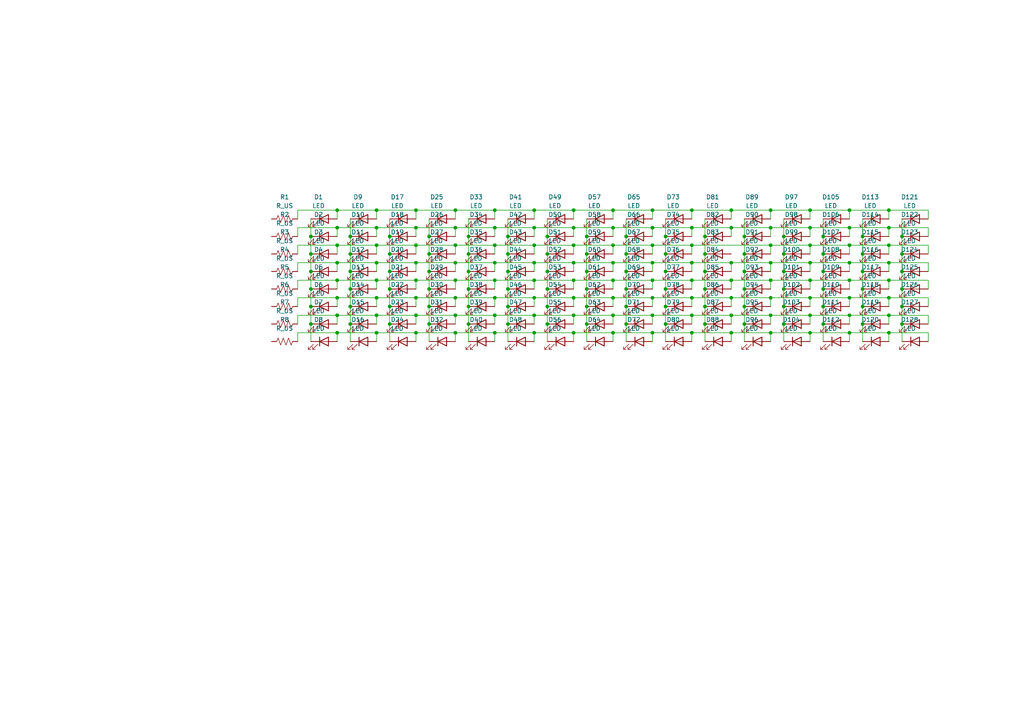
<source format=kicad_sch>
(kicad_sch (version 20250114) (generator "eeschema") (generator_version "9.0")
  (paper "A4")
  (junction (at 158.75 68.58))
  (junction (at 257.81 76.2))
  (junction (at 212.09 66.04))
  (junction (at 200.66 60.96))
  (junction (at 223.52 71.12))
  (junction (at 189.23 60.96))
  (junction (at 227.33 78.74))
  (junction (at 189.23 86.36))
  (junction (at 193.04 68.58))
  (junction (at 204.47 68.58))
  (junction (at 246.38 86.36))
  (junction (at 250.19 78.74))
  (junction (at 135.89 83.82))
  (junction (at 97.79 86.36))
  (junction (at 154.94 96.52))
  (junction (at 97.79 76.2))
  (junction (at 124.46 78.74))
  (junction (at 158.75 73.66))
  (junction (at 204.47 78.74))
  (junction (at 170.18 83.82))
  (junction (at 193.04 93.98))
  (junction (at 109.22 96.52))
  (junction (at 154.94 76.2))
  (junction (at 166.37 96.52))
  (junction (at 215.9 78.74))
  (junction (at 227.33 88.9))
  (junction (at 212.09 96.52))
  (junction (at 158.75 78.74))
  (junction (at 234.95 71.12))
  (junction (at 132.08 96.52))
  (junction (at 166.37 60.96))
  (junction (at 257.81 66.04))
  (junction (at 135.89 78.74))
  (junction (at 101.6 83.82))
  (junction (at 143.51 81.28))
  (junction (at 147.32 83.82))
  (junction (at 223.52 91.44))
  (junction (at 234.95 60.96))
  (junction (at 223.52 86.36))
  (junction (at 246.38 91.44))
  (junction (at 238.76 88.9))
  (junction (at 135.89 88.9))
  (junction (at 227.33 83.82))
  (junction (at 177.8 81.28))
  (junction (at 170.18 88.9))
  (junction (at 177.8 96.52))
  (junction (at 177.8 76.2))
  (junction (at 166.37 76.2))
  (junction (at 200.66 71.12))
  (junction (at 170.18 93.98))
  (junction (at 177.8 60.96))
  (junction (at 135.89 73.66))
  (junction (at 124.46 83.82))
  (junction (at 261.62 88.9))
  (junction (at 147.32 73.66))
  (junction (at 189.23 76.2))
  (junction (at 261.62 83.82))
  (junction (at 101.6 78.74))
  (junction (at 234.95 86.36))
  (junction (at 257.81 81.28))
  (junction (at 120.65 96.52))
  (junction (at 109.22 91.44))
  (junction (at 223.52 76.2))
  (junction (at 97.79 91.44))
  (junction (at 234.95 81.28))
  (junction (at 204.47 93.98))
  (junction (at 238.76 83.82))
  (junction (at 109.22 66.04))
  (junction (at 215.9 88.9))
  (junction (at 204.47 73.66))
  (junction (at 238.76 78.74))
  (junction (at 109.22 76.2))
  (junction (at 143.51 86.36))
  (junction (at 261.62 73.66))
  (junction (at 120.65 91.44))
  (junction (at 246.38 71.12))
  (junction (at 177.8 86.36))
  (junction (at 250.19 73.66))
  (junction (at 177.8 71.12))
  (junction (at 215.9 93.98))
  (junction (at 193.04 88.9))
  (junction (at 212.09 81.28))
  (junction (at 158.75 83.82))
  (junction (at 189.23 71.12))
  (junction (at 204.47 88.9))
  (junction (at 246.38 60.96))
  (junction (at 132.08 86.36))
  (junction (at 166.37 66.04))
  (junction (at 101.6 88.9))
  (junction (at 97.79 71.12))
  (junction (at 215.9 68.58))
  (junction (at 154.94 91.44))
  (junction (at 189.23 66.04))
  (junction (at 132.08 76.2))
  (junction (at 132.08 66.04))
  (junction (at 143.51 71.12))
  (junction (at 250.19 83.82))
  (junction (at 250.19 68.58))
  (junction (at 147.32 68.58))
  (junction (at 135.89 93.98))
  (junction (at 193.04 78.74))
  (junction (at 189.23 91.44))
  (junction (at 200.66 76.2))
  (junction (at 257.81 60.96))
  (junction (at 90.17 78.74))
  (junction (at 234.95 76.2))
  (junction (at 170.18 68.58))
  (junction (at 212.09 76.2))
  (junction (at 90.17 93.98))
  (junction (at 132.08 71.12))
  (junction (at 193.04 83.82))
  (junction (at 181.61 68.58))
  (junction (at 90.17 88.9))
  (junction (at 101.6 73.66))
  (junction (at 238.76 73.66))
  (junction (at 113.03 73.66))
  (junction (at 257.81 96.52))
  (junction (at 170.18 73.66))
  (junction (at 135.89 68.58))
  (junction (at 120.65 71.12))
  (junction (at 246.38 81.28))
  (junction (at 246.38 96.52))
  (junction (at 177.8 66.04))
  (junction (at 212.09 60.96))
  (junction (at 154.94 86.36))
  (junction (at 227.33 73.66))
  (junction (at 223.52 60.96))
  (junction (at 97.79 66.04))
  (junction (at 215.9 83.82))
  (junction (at 143.51 91.44))
  (junction (at 200.66 81.28))
  (junction (at 90.17 68.58))
  (junction (at 113.03 93.98))
  (junction (at 120.65 60.96))
  (junction (at 189.23 81.28))
  (junction (at 113.03 83.82))
  (junction (at 200.66 96.52))
  (junction (at 181.61 93.98))
  (junction (at 234.95 96.52))
  (junction (at 158.75 88.9))
  (junction (at 200.66 66.04))
  (junction (at 181.61 73.66))
  (junction (at 212.09 86.36))
  (junction (at 223.52 66.04))
  (junction (at 120.65 66.04))
  (junction (at 120.65 86.36))
  (junction (at 154.94 81.28))
  (junction (at 204.47 83.82))
  (junction (at 193.04 73.66))
  (junction (at 147.32 93.98))
  (junction (at 215.9 73.66))
  (junction (at 181.61 88.9))
  (junction (at 124.46 73.66))
  (junction (at 234.95 91.44))
  (junction (at 223.52 96.52))
  (junction (at 166.37 71.12))
  (junction (at 181.61 83.82))
  (junction (at 97.79 81.28))
  (junction (at 90.17 73.66))
  (junction (at 109.22 86.36))
  (junction (at 261.62 78.74))
  (junction (at 113.03 78.74))
  (junction (at 90.17 83.82))
  (junction (at 170.18 78.74))
  (junction (at 109.22 60.96))
  (junction (at 113.03 88.9))
  (junction (at 132.08 81.28))
  (junction (at 246.38 66.04))
  (junction (at 181.61 78.74))
  (junction (at 147.32 78.74))
  (junction (at 246.38 76.2))
  (junction (at 166.37 81.28))
  (junction (at 132.08 60.96))
  (junction (at 120.65 76.2))
  (junction (at 166.37 91.44))
  (junction (at 261.62 68.58))
  (junction (at 257.81 71.12))
  (junction (at 261.62 93.98))
  (junction (at 132.08 91.44))
  (junction (at 189.23 96.52))
  (junction (at 223.52 81.28))
  (junction (at 250.19 93.98))
  (junction (at 257.81 86.36))
  (junction (at 227.33 93.98))
  (junction (at 109.22 81.28))
  (junction (at 238.76 68.58))
  (junction (at 154.94 60.96))
  (junction (at 200.66 86.36))
  (junction (at 154.94 71.12))
  (junction (at 158.75 93.98))
  (junction (at 200.66 91.44))
  (junction (at 143.51 60.96))
  (junction (at 238.76 93.98))
  (junction (at 97.79 60.96))
  (junction (at 124.46 88.9))
  (junction (at 177.8 91.44))
  (junction (at 143.51 96.52))
  (junction (at 250.19 88.9))
  (junction (at 212.09 91.44))
  (junction (at 143.51 66.04))
  (junction (at 227.33 68.58))
  (junction (at 166.37 86.36))
  (junction (at 257.81 91.44))
  (junction (at 113.03 68.58))
  (junction (at 154.94 66.04))
  (junction (at 101.6 93.98))
  (junction (at 124.46 93.98))
  (junction (at 143.51 76.2))
  (junction (at 109.22 71.12))
  (junction (at 101.6 68.58))
  (junction (at 147.32 88.9))
  (junction (at 120.65 81.28))
  (junction (at 97.79 96.52))
  (junction (at 124.46 68.58))
  (junction (at 234.95 66.04))
  (wire (pts (xy 261.62 88.9) (xy 261.62 93.98)))
  (wire (pts (xy 200.66 71.12) (xy 189.23 71.12)))
  (wire (pts (xy 177.8 60.96) (xy 177.8 63.5)))
  (wire (pts (xy 234.95 86.36) (xy 246.38 86.36)))
  (wire (pts (xy 113.03 88.9) (xy 113.03 93.98)))
  (wire (pts (xy 246.38 60.96) (xy 257.81 60.96)))
  (wire (pts (xy 177.8 81.28) (xy 189.23 81.28)))
  (wire (pts (xy 101.6 88.9) (xy 101.6 93.98)))
  (wire (pts (xy 124.46 83.82) (xy 124.46 88.9)))
  (wire (pts (xy 147.32 63.5) (xy 147.32 68.58)))
  (wire (pts (xy 189.23 86.36) (xy 200.66 86.36)))
  (wire (pts (xy 234.95 60.96) (xy 234.95 63.5)))
  (wire (pts (xy 97.79 88.9) (xy 97.79 86.36)))
  (wire (pts (xy 147.32 73.66) (xy 147.32 78.74)))
  (wire (pts (xy 227.33 68.58) (xy 227.33 73.66)))
  (wire (pts (xy 223.52 96.52) (xy 234.95 96.52)))
  (wire (pts (xy 177.8 96.52) (xy 177.8 99.06)))
  (wire (pts (xy 269.24 96.52) (xy 269.24 99.06)))
  (wire (pts (xy 109.22 60.96) (xy 97.79 60.96)))
  (wire (pts (xy 166.37 86.36) (xy 166.37 88.9)))
  (wire (pts (xy 261.62 83.82) (xy 261.62 88.9)))
  (wire (pts (xy 166.37 60.96) (xy 166.37 63.5)))
  (wire (pts (xy 132.08 76.2) (xy 132.08 78.74)))
  (wire (pts (xy 246.38 66.04) (xy 257.81 66.04)))
  (wire (pts (xy 109.22 96.52) (xy 109.22 99.06)))
  (wire (pts (xy 215.9 88.9) (xy 215.9 93.98)))
  (wire (pts (xy 269.24 71.12) (xy 257.81 71.12)))
  (wire (pts (xy 154.94 76.2) (xy 166.37 76.2)))
  (wire (pts (xy 113.03 93.98) (xy 113.03 99.06)))
  (wire (pts (xy 166.37 66.04) (xy 177.8 66.04)))
  (wire (pts (xy 200.66 86.36) (xy 212.09 86.36)))
  (wire (pts (xy 154.94 71.12) (xy 143.51 71.12)))
  (wire (pts (xy 189.23 81.28) (xy 189.23 83.82)))
  (wire (pts (xy 132.08 91.44) (xy 132.08 93.98)))
  (wire (pts (xy 132.08 66.04) (xy 132.08 68.58)))
  (wire (pts (xy 166.37 91.44) (xy 177.8 91.44)))
  (wire (pts (xy 257.81 60.96) (xy 257.81 63.5)))
  (wire (pts (xy 204.47 63.5) (xy 204.47 68.58)))
  (wire (pts (xy 147.32 83.82) (xy 147.32 88.9)))
  (wire (pts (xy 170.18 88.9) (xy 170.18 93.98)))
  (wire (pts (xy 132.08 60.96) (xy 120.65 60.96)))
  (wire (pts (xy 200.66 81.28) (xy 212.09 81.28)))
  (wire (pts (xy 124.46 93.98) (xy 124.46 99.06)))
  (wire (pts (xy 120.65 91.44) (xy 120.65 93.98)))
  (wire (pts (xy 143.51 71.12) (xy 132.08 71.12)))
  (wire (pts (xy 97.79 68.58) (xy 97.79 66.04)))
  (wire (pts (xy 166.37 81.28) (xy 166.37 83.82)))
  (wire (pts (xy 97.79 66.04) (xy 109.22 66.04)))
  (wire (pts (xy 120.65 86.36) (xy 120.65 88.9)))
  (wire (pts (xy 124.46 73.66) (xy 124.46 78.74)))
  (wire (pts (xy 170.18 63.5) (xy 170.18 68.58)))
  (wire (pts (xy 143.51 96.52) (xy 143.51 99.06)))
  (wire (pts (xy 154.94 71.12) (xy 154.94 73.66)))
  (wire (pts (xy 109.22 60.96) (xy 109.22 63.5)))
  (wire (pts (xy 86.36 76.2) (xy 97.79 76.2)))
  (wire (pts (xy 158.75 68.58) (xy 158.75 73.66)))
  (wire (pts (xy 261.62 93.98) (xy 261.62 99.06)))
  (wire (pts (xy 250.19 83.82) (xy 250.19 88.9)))
  (wire (pts (xy 189.23 66.04) (xy 189.23 68.58)))
  (wire (pts (xy 166.37 76.2) (xy 177.8 76.2)))
  (wire (pts (xy 257.81 66.04) (xy 269.24 66.04)))
  (wire (pts (xy 234.95 81.28) (xy 246.38 81.28)))
  (wire (pts (xy 200.66 71.12) (xy 223.52 71.12)))
  (wire (pts (xy 135.89 63.5) (xy 135.89 68.58)))
  (wire (pts (xy 158.75 83.82) (xy 158.75 88.9)))
  (wire (pts (xy 97.79 93.98) (xy 97.79 91.44)))
  (wire (pts (xy 154.94 96.52) (xy 154.94 99.06)))
  (wire (pts (xy 189.23 91.44) (xy 189.23 93.98)))
  (wire (pts (xy 189.23 60.96) (xy 189.23 63.5)))
  (wire (pts (xy 261.62 63.5) (xy 261.62 68.58)))
  (wire (pts (xy 124.46 78.74) (xy 124.46 83.82)))
  (wire (pts (xy 189.23 81.28) (xy 200.66 81.28)))
  (wire (pts (xy 147.32 93.98) (xy 147.32 99.06)))
  (wire (pts (xy 212.09 76.2) (xy 212.09 78.74)))
  (wire (pts (xy 223.52 76.2) (xy 234.95 76.2)))
  (wire (pts (xy 109.22 86.36) (xy 120.65 86.36)))
  (wire (pts (xy 101.6 68.58) (xy 101.6 73.66)))
  (wire (pts (xy 200.66 66.04) (xy 200.66 68.58)))
  (wire (pts (xy 269.24 63.5) (xy 269.24 60.96)))
  (wire (pts (xy 223.52 81.28) (xy 234.95 81.28)))
  (wire (pts (xy 215.9 73.66) (xy 215.9 78.74)))
  (wire (pts (xy 238.76 93.98) (xy 238.76 99.06)))
  (wire (pts (xy 200.66 60.96) (xy 200.66 63.5)))
  (wire (pts (xy 109.22 71.12) (xy 109.22 73.66)))
  (wire (pts (xy 200.66 86.36) (xy 200.66 88.9)))
  (wire (pts (xy 246.38 91.44) (xy 257.81 91.44)))
  (wire (pts (xy 170.18 78.74) (xy 170.18 83.82)))
  (wire (pts (xy 120.65 60.96) (xy 120.65 63.5)))
  (wire (pts (xy 101.6 93.98) (xy 101.6 99.06)))
  (wire (pts (xy 101.6 78.74) (xy 101.6 83.82)))
  (wire (pts (xy 269.24 66.04) (xy 269.24 68.58)))
  (wire (pts (xy 227.33 88.9) (xy 227.33 93.98)))
  (wire (pts (xy 113.03 63.5) (xy 113.03 68.58)))
  (wire (pts (xy 189.23 71.12) (xy 177.8 71.12)))
  (wire (pts (xy 143.51 96.52) (xy 154.94 96.52)))
  (wire (pts (xy 120.65 71.12) (xy 109.22 71.12)))
  (wire (pts (xy 257.81 66.04) (xy 257.81 68.58)))
  (wire (pts (xy 109.22 86.36) (xy 109.22 88.9)))
  (wire (pts (xy 143.51 81.28) (xy 143.51 83.82)))
  (wire (pts (xy 166.37 60.96) (xy 154.94 60.96)))
  (wire (pts (xy 158.75 73.66) (xy 158.75 78.74)))
  (wire (pts (xy 113.03 78.74) (xy 113.03 83.82)))
  (wire (pts (xy 223.52 60.96) (xy 223.52 63.5)))
  (wire (pts (xy 147.32 88.9) (xy 147.32 93.98)))
  (wire (pts (xy 200.66 96.52) (xy 212.09 96.52)))
  (wire (pts (xy 154.94 91.44) (xy 166.37 91.44)))
  (wire (pts (xy 154.94 86.36) (xy 154.94 88.9)))
  (wire (pts (xy 132.08 81.28) (xy 143.51 81.28)))
  (wire (pts (xy 166.37 76.2) (xy 166.37 78.74)))
  (wire (pts (xy 97.79 71.12) (xy 86.36 71.12)))
  (wire (pts (xy 170.18 73.66) (xy 170.18 78.74)))
  (wire (pts (xy 120.65 76.2) (xy 120.65 78.74)))
  (wire (pts (xy 166.37 71.12) (xy 154.94 71.12)))
  (wire (pts (xy 212.09 96.52) (xy 212.09 99.06)))
  (wire (pts (xy 181.61 68.58) (xy 181.61 73.66)))
  (wire (pts (xy 166.37 96.52) (xy 177.8 96.52)))
  (wire (pts (xy 177.8 96.52) (xy 189.23 96.52)))
  (wire (pts (xy 97.79 83.82) (xy 97.79 81.28)))
  (wire (pts (xy 227.33 83.82) (xy 227.33 88.9)))
  (wire (pts (xy 132.08 71.12) (xy 132.08 73.66)))
  (wire (pts (xy 212.09 81.28) (xy 223.52 81.28)))
  (wire (pts (xy 246.38 86.36) (xy 257.81 86.36)))
  (wire (pts (xy 97.79 71.12) (xy 97.79 73.66)))
  (wire (pts (xy 223.52 96.52) (xy 223.52 99.06)))
  (wire (pts (xy 166.37 91.44) (xy 166.37 93.98)))
  (wire (pts (xy 135.89 93.98) (xy 135.89 99.06)))
  (wire (pts (xy 120.65 66.04) (xy 132.08 66.04)))
  (wire (pts (xy 181.61 93.98) (xy 181.61 99.06)))
  (wire (pts (xy 234.95 76.2) (xy 246.38 76.2)))
  (wire (pts (xy 234.95 91.44) (xy 234.95 93.98)))
  (wire (pts (xy 120.65 91.44) (xy 132.08 91.44)))
  (wire (pts (xy 97.79 96.52) (xy 86.36 96.52)))
  (wire (pts (xy 246.38 66.04) (xy 246.38 68.58)))
  (wire (pts (xy 86.36 88.9) (xy 86.36 86.36)))
  (wire (pts (xy 189.23 96.52) (xy 189.23 99.06)))
  (wire (pts (xy 234.95 60.96) (xy 246.38 60.96)))
  (wire (pts (xy 109.22 81.28) (xy 120.65 81.28)))
  (wire (pts (xy 86.36 96.52) (xy 86.36 99.06)))
  (wire (pts (xy 246.38 63.5) (xy 246.38 60.96)))
  (wire (pts (xy 86.36 81.28) (xy 97.79 81.28)))
  (wire (pts (xy 238.76 73.66) (xy 238.76 78.74)))
  (wire (pts (xy 246.38 96.52) (xy 246.38 99.06)))
  (wire (pts (xy 109.22 71.12) (xy 97.79 71.12)))
  (wire (pts (xy 97.79 86.36) (xy 109.22 86.36)))
  (wire (pts (xy 154.94 66.04) (xy 166.37 66.04)))
  (wire (pts (xy 246.38 76.2) (xy 246.38 78.74)))
  (wire (pts (xy 234.95 81.28) (xy 234.95 83.82)))
  (wire (pts (xy 166.37 96.52) (xy 166.37 99.06)))
  (wire (pts (xy 257.81 86.36) (xy 257.81 88.9)))
  (wire (pts (xy 257.81 71.12) (xy 257.81 73.66)))
  (wire (pts (xy 158.75 63.5) (xy 158.75 68.58)))
  (wire (pts (xy 90.17 78.74) (xy 90.17 83.82)))
  (wire (pts (xy 120.65 81.28) (xy 132.08 81.28)))
  (wire (pts (xy 158.75 88.9) (xy 158.75 93.98)))
  (wire (pts (xy 90.17 68.58) (xy 90.17 73.66)))
  (wire (pts (xy 143.51 86.36) (xy 154.94 86.36)))
  (wire (pts (xy 227.33 93.98) (xy 227.33 99.06)))
  (wire (pts (xy 109.22 96.52) (xy 120.65 96.52)))
  (wire (pts (xy 109.22 76.2) (xy 109.22 78.74)))
  (wire (pts (xy 234.95 96.52) (xy 246.38 96.52)))
  (wire (pts (xy 257.81 71.12) (xy 246.38 71.12)))
  (wire (pts (xy 120.65 96.52) (xy 132.08 96.52)))
  (wire (pts (xy 181.61 78.74) (xy 181.61 83.82)))
  (wire (pts (xy 143.51 66.04) (xy 143.51 68.58)))
  (wire (pts (xy 212.09 91.44) (xy 223.52 91.44)))
  (wire (pts (xy 132.08 86.36) (xy 143.51 86.36)))
  (wire (pts (xy 132.08 60.96) (xy 132.08 63.5)))
  (wire (pts (xy 234.95 86.36) (xy 234.95 88.9)))
  (wire (pts (xy 212.09 96.52) (xy 223.52 96.52)))
  (wire (pts (xy 109.22 76.2) (xy 120.65 76.2)))
  (wire (pts (xy 223.52 71.12) (xy 223.52 73.66)))
  (wire (pts (xy 238.76 88.9) (xy 238.76 93.98)))
  (wire (pts (xy 177.8 91.44) (xy 189.23 91.44)))
  (wire (pts (xy 132.08 96.52) (xy 132.08 99.06)))
  (wire (pts (xy 132.08 81.28) (xy 132.08 83.82)))
  (wire (pts (xy 97.79 78.74) (xy 97.79 76.2)))
  (wire (pts (xy 101.6 83.82) (xy 101.6 88.9)))
  (wire (pts (xy 200.66 91.44) (xy 212.09 91.44)))
  (wire (pts (xy 90.17 73.66) (xy 90.17 78.74)))
  (wire (pts (xy 223.52 60.96) (xy 212.09 60.96)))
  (wire (pts (xy 86.36 86.36) (xy 97.79 86.36)))
  (wire (pts (xy 143.51 91.44) (xy 143.51 93.98)))
  (wire (pts (xy 223.52 81.28) (xy 223.52 83.82)))
  (wire (pts (xy 204.47 68.58) (xy 204.47 73.66)))
  (wire (pts (xy 246.38 76.2) (xy 257.81 76.2)))
  (wire (pts (xy 86.36 91.44) (xy 97.79 91.44)))
  (wire (pts (xy 166.37 71.12) (xy 166.37 73.66)))
  (wire (pts (xy 269.24 81.28) (xy 269.24 83.82)))
  (wire (pts (xy 200.66 96.52) (xy 200.66 99.06)))
  (wire (pts (xy 124.46 68.58) (xy 124.46 73.66)))
  (wire (pts (xy 181.61 63.5) (xy 181.61 68.58)))
  (wire (pts (xy 113.03 68.58) (xy 113.03 73.66)))
  (wire (pts (xy 204.47 88.9) (xy 204.47 93.98)))
  (wire (pts (xy 200.66 76.2) (xy 212.09 76.2)))
  (wire (pts (xy 250.19 78.74) (xy 250.19 83.82)))
  (wire (pts (xy 200.66 91.44) (xy 200.66 93.98)))
  (wire (pts (xy 154.94 96.52) (xy 166.37 96.52)))
  (wire (pts (xy 181.61 88.9) (xy 181.61 93.98)))
  (wire (pts (xy 132.08 96.52) (xy 143.51 96.52)))
  (wire (pts (xy 181.61 73.66) (xy 181.61 78.74)))
  (wire (pts (xy 132.08 71.12) (xy 120.65 71.12)))
  (wire (pts (xy 101.6 63.5) (xy 101.6 68.58)))
  (wire (pts (xy 181.61 83.82) (xy 181.61 88.9)))
  (wire (pts (xy 257.81 91.44) (xy 269.24 91.44)))
  (wire (pts (xy 212.09 81.28) (xy 212.09 83.82)))
  (wire (pts (xy 109.22 66.04) (xy 109.22 68.58)))
  (wire (pts (xy 154.94 81.28) (xy 166.37 81.28)))
  (wire (pts (xy 97.79 96.52) (xy 109.22 96.52)))
  (wire (pts (xy 261.62 73.66) (xy 261.62 78.74)))
  (wire (pts (xy 257.81 81.28) (xy 269.24 81.28)))
  (wire (pts (xy 132.08 76.2) (xy 143.51 76.2)))
  (wire (pts (xy 120.65 81.28) (xy 120.65 83.82)))
  (wire (pts (xy 143.51 60.96) (xy 132.08 60.96)))
  (wire (pts (xy 147.32 68.58) (xy 147.32 73.66)))
  (wire (pts (xy 101.6 73.66) (xy 101.6 78.74)))
  (wire (pts (xy 154.94 66.04) (xy 154.94 68.58)))
  (wire (pts (xy 86.36 83.82) (xy 86.36 81.28)))
  (wire (pts (xy 204.47 83.82) (xy 204.47 88.9)))
  (wire (pts (xy 189.23 76.2) (xy 189.23 78.74)))
  (wire (pts (xy 238.76 83.82) (xy 238.76 88.9)))
  (wire (pts (xy 257.81 76.2) (xy 269.24 76.2)))
  (wire (pts (xy 257.81 86.36) (xy 269.24 86.36)))
  (wire (pts (xy 143.51 71.12) (xy 143.51 73.66)))
  (wire (pts (xy 109.22 91.44) (xy 109.22 93.98)))
  (wire (pts (xy 135.89 83.82) (xy 135.89 88.9)))
  (wire (pts (xy 261.62 78.74) (xy 261.62 83.82)))
  (wire (pts (xy 234.95 76.2) (xy 234.95 78.74)))
  (wire (pts (xy 97.79 60.96) (xy 97.79 63.5)))
  (wire (pts (xy 177.8 71.12) (xy 177.8 73.66)))
  (wire (pts (xy 257.81 96.52) (xy 257.81 99.06)))
  (wire (pts (xy 193.04 68.58) (xy 193.04 73.66)))
  (wire (pts (xy 200.66 66.04) (xy 212.09 66.04)))
  (wire (pts (xy 234.95 71.12) (xy 223.52 71.12)))
  (wire (pts (xy 257.81 60.96) (xy 269.24 60.96)))
  (wire (pts (xy 215.9 68.58) (xy 215.9 73.66)))
  (wire (pts (xy 86.36 68.58) (xy 86.36 66.04)))
  (wire (pts (xy 189.23 96.52) (xy 200.66 96.52)))
  (wire (pts (xy 212.09 66.04) (xy 212.09 68.58)))
  (wire (pts (xy 250.19 88.9) (xy 250.19 93.98)))
  (wire (pts (xy 166.37 66.04) (xy 166.37 68.58)))
  (wire (pts (xy 86.36 71.12) (xy 86.36 73.66)))
  (wire (pts (xy 227.33 73.66) (xy 227.33 78.74)))
  (wire (pts (xy 261.62 68.58) (xy 261.62 73.66)))
  (wire (pts (xy 223.52 86.36) (xy 223.52 88.9)))
  (wire (pts (xy 257.81 81.28) (xy 257.81 83.82)))
  (wire (pts (xy 246.38 71.12) (xy 234.95 71.12)))
  (wire (pts (xy 166.37 81.28) (xy 177.8 81.28)))
  (wire (pts (xy 269.24 91.44) (xy 269.24 93.98)))
  (wire (pts (xy 234.95 66.04) (xy 246.38 66.04)))
  (wire (pts (xy 234.95 60.96) (xy 223.52 60.96)))
  (wire (pts (xy 166.37 86.36) (xy 177.8 86.36)))
  (wire (pts (xy 250.19 63.5) (xy 250.19 68.58)))
  (wire (pts (xy 246.38 81.28) (xy 246.38 83.82)))
  (wire (pts (xy 223.52 66.04) (xy 223.52 68.58)))
  (wire (pts (xy 215.9 83.82) (xy 215.9 88.9)))
  (wire (pts (xy 135.89 78.74) (xy 135.89 83.82)))
  (wire (pts (xy 120.65 76.2) (xy 132.08 76.2)))
  (wire (pts (xy 124.46 63.5) (xy 124.46 68.58)))
  (wire (pts (xy 246.38 81.28) (xy 257.81 81.28)))
  (wire (pts (xy 212.09 91.44) (xy 212.09 93.98)))
  (wire (pts (xy 158.75 93.98) (xy 158.75 99.06)))
  (wire (pts (xy 120.65 71.12) (xy 120.65 73.66)))
  (wire (pts (xy 246.38 86.36) (xy 246.38 88.9)))
  (wire (pts (xy 97.79 99.06) (xy 97.79 96.52)))
  (wire (pts (xy 177.8 76.2) (xy 177.8 78.74)))
  (wire (pts (xy 200.66 81.28) (xy 200.66 83.82)))
  (wire (pts (xy 135.89 73.66) (xy 135.89 78.74)))
  (wire (pts (xy 113.03 83.82) (xy 113.03 88.9)))
  (wire (pts (xy 132.08 91.44) (xy 143.51 91.44)))
  (wire (pts (xy 238.76 78.74) (xy 238.76 83.82)))
  (wire (pts (xy 177.8 66.04) (xy 189.23 66.04)))
  (wire (pts (xy 204.47 73.66) (xy 204.47 78.74)))
  (wire (pts (xy 97.79 60.96) (xy 86.36 60.96)))
  (wire (pts (xy 212.09 86.36) (xy 223.52 86.36)))
  (wire (pts (xy 120.65 60.96) (xy 109.22 60.96)))
  (wire (pts (xy 234.95 71.12) (xy 234.95 73.66)))
  (wire (pts (xy 223.52 91.44) (xy 223.52 93.98)))
  (wire (pts (xy 215.9 78.74) (xy 215.9 83.82)))
  (wire (pts (xy 132.08 86.36) (xy 132.08 88.9)))
  (wire (pts (xy 154.94 76.2) (xy 154.94 78.74)))
  (wire (pts (xy 177.8 91.44) (xy 177.8 93.98)))
  (wire (pts (xy 200.66 71.12) (xy 200.66 73.66)))
  (wire (pts (xy 215.9 63.5) (xy 215.9 68.58)))
  (wire (pts (xy 193.04 73.66) (xy 193.04 78.74)))
  (wire (pts (xy 97.79 76.2) (xy 109.22 76.2)))
  (wire (pts (xy 177.8 86.36) (xy 177.8 88.9)))
  (wire (pts (xy 269.24 86.36) (xy 269.24 88.9)))
  (wire (pts (xy 154.94 60.96) (xy 154.94 63.5)))
  (wire (pts (xy 193.04 88.9) (xy 193.04 93.98)))
  (wire (pts (xy 227.33 78.74) (xy 227.33 83.82)))
  (wire (pts (xy 269.24 73.66) (xy 269.24 71.12)))
  (wire (pts (xy 204.47 93.98) (xy 204.47 99.06)))
  (wire (pts (xy 223.52 66.04) (xy 234.95 66.04)))
  (wire (pts (xy 193.04 93.98) (xy 193.04 99.06)))
  (wire (pts (xy 250.19 73.66) (xy 250.19 78.74)))
  (wire (pts (xy 97.79 91.44) (xy 109.22 91.44)))
  (wire (pts (xy 143.51 76.2) (xy 143.51 78.74)))
  (wire (pts (xy 90.17 88.9) (xy 90.17 93.98)))
  (wire (pts (xy 147.32 78.74) (xy 147.32 83.82)))
  (wire (pts (xy 143.51 91.44) (xy 154.94 91.44)))
  (wire (pts (xy 223.52 91.44) (xy 234.95 91.44)))
  (wire (pts (xy 200.66 76.2) (xy 200.66 78.74)))
  (wire (pts (xy 189.23 66.04) (xy 200.66 66.04)))
  (wire (pts (xy 257.81 96.52) (xy 269.24 96.52)))
  (wire (pts (xy 170.18 93.98) (xy 170.18 99.06)))
  (wire (pts (xy 143.51 66.04) (xy 154.94 66.04)))
  (wire (pts (xy 143.51 76.2) (xy 154.94 76.2)))
  (wire (pts (xy 212.09 60.96) (xy 212.09 63.5)))
  (wire (pts (xy 154.94 86.36) (xy 166.37 86.36)))
  (wire (pts (xy 212.09 86.36) (xy 212.09 88.9)))
  (wire (pts (xy 250.19 93.98) (xy 250.19 99.06)))
  (wire (pts (xy 177.8 76.2) (xy 189.23 76.2)))
  (wire (pts (xy 189.23 86.36) (xy 189.23 88.9)))
  (wire (pts (xy 135.89 88.9) (xy 135.89 93.98)))
  (wire (pts (xy 234.95 66.04) (xy 234.95 68.58)))
  (wire (pts (xy 170.18 68.58) (xy 170.18 73.66)))
  (wire (pts (xy 120.65 86.36) (xy 132.08 86.36)))
  (wire (pts (xy 177.8 86.36) (xy 189.23 86.36)))
  (wire (pts (xy 124.46 88.9) (xy 124.46 93.98)))
  (wire (pts (xy 177.8 81.28) (xy 177.8 83.82)))
  (wire (pts (xy 154.94 91.44) (xy 154.94 93.98)))
  (wire (pts (xy 212.09 66.04) (xy 223.52 66.04)))
  (wire (pts (xy 189.23 71.12) (xy 189.23 73.66)))
  (wire (pts (xy 86.36 93.98) (xy 86.36 91.44)))
  (wire (pts (xy 193.04 78.74) (xy 193.04 83.82)))
  (wire (pts (xy 193.04 63.5) (xy 193.04 68.58)))
  (wire (pts (xy 97.79 81.28) (xy 109.22 81.28)))
  (wire (pts (xy 143.51 86.36) (xy 143.51 88.9)))
  (wire (pts (xy 109.22 91.44) (xy 120.65 91.44)))
  (wire (pts (xy 212.09 76.2) (xy 223.52 76.2)))
  (wire (pts (xy 189.23 76.2) (xy 200.66 76.2)))
  (wire (pts (xy 212.09 60.96) (xy 200.66 60.96)))
  (wire (pts (xy 223.52 86.36) (xy 234.95 86.36)))
  (wire (pts (xy 90.17 93.98) (xy 90.17 99.06)))
  (wire (pts (xy 193.04 83.82) (xy 193.04 88.9)))
  (wire (pts (xy 158.75 78.74) (xy 158.75 83.82)))
  (wire (pts (xy 143.51 81.28) (xy 154.94 81.28)))
  (wire (pts (xy 246.38 71.12) (xy 246.38 73.66)))
  (wire (pts (xy 234.95 91.44) (xy 246.38 91.44)))
  (wire (pts (xy 154.94 60.96) (xy 143.51 60.96)))
  (wire (pts (xy 120.65 66.04) (xy 120.65 68.58)))
  (wire (pts (xy 215.9 93.98) (xy 215.9 99.06)))
  (wire (pts (xy 86.36 66.04) (xy 97.79 66.04)))
  (wire (pts (xy 177.8 66.04) (xy 177.8 68.58)))
  (wire (pts (xy 200.66 60.96) (xy 189.23 60.96)))
  (wire (pts (xy 113.03 73.66) (xy 113.03 78.74)))
  (wire (pts (xy 238.76 68.58) (xy 238.76 73.66)))
  (wire (pts (xy 109.22 66.04) (xy 120.65 66.04)))
  (wire (pts (xy 269.24 76.2) (xy 269.24 78.74)))
  (wire (pts (xy 246.38 96.52) (xy 257.81 96.52)))
  (wire (pts (xy 143.51 60.96) (xy 143.51 63.5)))
  (wire (pts (xy 189.23 91.44) (xy 200.66 91.44)))
  (wire (pts (xy 132.08 66.04) (xy 143.51 66.04)))
  (wire (pts (xy 257.81 76.2) (xy 257.81 78.74)))
  (wire (pts (xy 86.36 60.96) (xy 86.36 63.5)))
  (wire (pts (xy 204.47 78.74) (xy 204.47 83.82)))
  (wire (pts (xy 154.94 81.28) (xy 154.94 83.82)))
  (wire (pts (xy 246.38 91.44) (xy 246.38 93.98)))
  (wire (pts (xy 120.65 96.52) (xy 120.65 99.06)))
  (wire (pts (xy 189.23 60.96) (xy 177.8 60.96)))
  (wire (pts (xy 177.8 71.12) (xy 166.37 71.12)))
  (wire (pts (xy 109.22 81.28) (xy 109.22 83.82)))
  (wire (pts (xy 177.8 60.96) (xy 166.37 60.96)))
  (wire (pts (xy 257.81 91.44) (xy 257.81 93.98)))
  (wire (pts (xy 90.17 63.5) (xy 90.17 68.58)))
  (wire (pts (xy 227.33 63.5) (xy 227.33 68.58)))
  (wire (pts (xy 170.18 83.82) (xy 170.18 88.9)))
  (wire (pts (xy 250.19 68.58) (xy 250.19 73.66)))
  (wire (pts (xy 86.36 78.74) (xy 86.36 76.2)))
  (wire (pts (xy 223.52 76.2) (xy 223.52 78.74)))
  (wire (pts (xy 238.76 63.5) (xy 238.76 68.58)))
  (wire (pts (xy 135.89 68.58) (xy 135.89 73.66)))
  (wire (pts (xy 90.17 83.82) (xy 90.17 88.9)))
  (wire (pts (xy 234.95 96.52) (xy 234.95 99.06)))
  (symbol (lib_id "Device:LED") (at 254 83.82 0) (unit 1)
    (property "Reference" "D117" (at 252.4125 77.47 0))
    (property "Value" "LED" (at 252.4125 80.01 0))
    (property "Footprint" "LED_SMD:LED_0603_1608Metric_Pad1.05x0.95mm_HandSolder" (effects (hide yes)))
    (property "Description" "Light emitting diode" (effects (hide yes)))
    (property "Sim.Pins" "1=K 2=A" (effects (hide yes)))
  )
  (symbol (lib_id "Device:LED") (at 265.43 93.98 0) (unit 1)
    (property "Reference" "D127" (at 263.8425 87.63 0))
    (property "Value" "LED" (at 263.8425 90.17 0))
    (property "Footprint" "LED_SMD:LED_0603_1608Metric_Pad1.05x0.95mm_HandSolder" (effects (hide yes)))
    (property "Description" "Light emitting diode" (effects (hide yes)))
    (property "Sim.Pins" "1=K 2=A" (effects (hide yes)))
  )
  (symbol (lib_id "Device:LED") (at 231.14 63.5 0) (unit 1)
    (property "Reference" "D97" (at 229.5525 57.15 0))
    (property "Value" "LED" (at 229.5525 59.69 0))
    (property "Footprint" "LED_SMD:LED_0603_1608Metric_Pad1.05x0.95mm_HandSolder" (effects (hide yes)))
    (property "Description" "Light emitting diode" (effects (hide yes)))
    (property "Sim.Pins" "1=K 2=A" (effects (hide yes)))
  )
  (symbol (lib_id "Device:LED") (at 151.13 93.98 0) (unit 1)
    (property "Reference" "D47" (at 149.5425 87.63 0))
    (property "Value" "LED" (at 149.5425 90.17 0))
    (property "Footprint" "LED_SMD:LED_0603_1608Metric_Pad1.05x0.95mm_HandSolder" (effects (hide yes)))
    (property "Description" "Light emitting diode" (effects (hide yes)))
    (property "Sim.Pins" "1=K 2=A" (effects (hide yes)))
  )
  (symbol (lib_id "Device:LED") (at 162.56 83.82 0) (unit 1)
    (property "Reference" "D53" (at 160.9725 77.47 0))
    (property "Value" "LED" (at 160.9725 80.01 0))
    (property "Footprint" "LED_SMD:LED_0603_1608Metric_Pad1.05x0.95mm_HandSolder" (effects (hide yes)))
    (property "Description" "Light emitting diode" (effects (hide yes)))
    (property "Sim.Pins" "1=K 2=A" (effects (hide yes)))
  )
  (symbol (lib_id "Device:LED") (at 254 73.66 0) (unit 1)
    (property "Reference" "D115" (at 252.4125 67.31 0))
    (property "Value" "LED" (at 252.4125 69.85 0))
    (property "Footprint" "LED_SMD:LED_0603_1608Metric_Pad1.05x0.95mm_HandSolder" (effects (hide yes)))
    (property "Description" "Light emitting diode" (effects (hide yes)))
    (property "Sim.Pins" "1=K 2=A" (effects (hide yes)))
  )
  (symbol (lib_id "Device:LED") (at 105.41 73.66 0) (unit 1)
    (property "Reference" "D11" (at 103.8225 67.31 0))
    (property "Value" "LED" (at 103.8225 69.85 0))
    (property "Footprint" "LED_SMD:LED_0603_1608Metric_Pad1.05x0.95mm_HandSolder" (effects (hide yes)))
    (property "Description" "Light emitting diode" (effects (hide yes)))
    (property "Sim.Pins" "1=K 2=A" (effects (hide yes)))
  )
  (symbol (lib_id "Device:LED") (at 128.27 93.98 0) (unit 1)
    (property "Reference" "D31" (at 126.6825 87.63 0))
    (property "Value" "LED" (at 126.6825 90.17 0))
    (property "Footprint" "LED_SMD:LED_0603_1608Metric_Pad1.05x0.95mm_HandSolder" (effects (hide yes)))
    (property "Description" "Light emitting diode" (effects (hide yes)))
    (property "Sim.Pins" "1=K 2=A" (effects (hide yes)))
  )
  (symbol (lib_id "Device:LED") (at 219.71 63.5 0) (unit 1)
    (property "Reference" "D89" (at 218.1225 57.15 0))
    (property "Value" "LED" (at 218.1225 59.69 0))
    (property "Footprint" "LED_SMD:LED_0603_1608Metric_Pad1.05x0.95mm_HandSolder" (effects (hide yes)))
    (property "Description" "Light emitting diode" (effects (hide yes)))
    (property "Sim.Pins" "1=K 2=A" (effects (hide yes)))
  )
  (symbol (lib_id "Device:LED") (at 93.98 88.9 0) (unit 1)
    (property "Reference" "D6" (at 92.3925 82.55 0))
    (property "Value" "LED" (at 92.3925 85.09 0))
    (property "Description" "Light emitting diode" (effects (hide yes)))
    (property "Sim.Pins" "1=K 2=A" (effects (hide yes)))
  )
  (symbol (lib_id "Device:LED") (at 265.43 99.06 0) (unit 1)
    (property "Reference" "D128" (at 263.8425 92.71 0))
    (property "Value" "LED" (at 263.8425 95.25 0))
    (property "Description" "Light emitting diode" (effects (hide yes)))
    (property "Sim.Pins" "1=K 2=A" (effects (hide yes)))
  )
  (symbol (lib_id "Device:LED") (at 139.7 63.5 0) (unit 1)
    (property "Reference" "D33" (at 138.1125 57.15 0))
    (property "Value" "LED" (at 138.1125 59.69 0))
    (property "Footprint" "LED_SMD:LED_0603_1608Metric_Pad1.05x0.95mm_HandSolder" (effects (hide yes)))
    (property "Description" "Light emitting diode" (effects (hide yes)))
    (property "Sim.Pins" "1=K 2=A" (effects (hide yes)))
  )
  (symbol (lib_id "Device:LED") (at 139.7 78.74 0) (unit 1)
    (property "Reference" "D36" (at 138.1125 72.39 0))
    (property "Value" "LED" (at 138.1125 74.93 0))
    (property "Description" "Light emitting diode" (effects (hide yes)))
    (property "Sim.Pins" "1=K 2=A" (effects (hide yes)))
  )
  (symbol (lib_id "Device:LED") (at 196.85 63.5 0) (unit 1)
    (property "Reference" "D73" (at 195.2625 57.15 0))
    (property "Value" "LED" (at 195.2625 59.69 0))
    (property "Footprint" "LED_SMD:LED_0603_1608Metric_Pad1.05x0.95mm_HandSolder" (effects (hide yes)))
    (property "Description" "Light emitting diode" (effects (hide yes)))
    (property "Sim.Pins" "1=K 2=A" (effects (hide yes)))
  )
  (symbol (lib_id "Device:LED") (at 93.98 78.74 0) (unit 1)
    (property "Reference" "D4" (at 92.3925 72.39 0))
    (property "Value" "LED" (at 92.3925 74.93 0))
    (property "Description" "Light emitting diode" (effects (hide yes)))
    (property "Sim.Pins" "1=K 2=A" (effects (hide yes)))
  )
  (symbol (lib_id "Device:LED") (at 242.57 99.06 0) (unit 1)
    (property "Reference" "D112" (at 240.9825 92.71 0))
    (property "Value" "LED" (at 240.9825 95.25 0))
    (property "Description" "Light emitting diode" (effects (hide yes)))
    (property "Sim.Pins" "1=K 2=A" (effects (hide yes)))
  )
  (symbol (lib_id "Device:LED") (at 254 99.06 0) (unit 1)
    (property "Reference" "D120" (at 252.4125 92.71 0))
    (property "Value" "LED" (at 252.4125 95.25 0))
    (property "Description" "Light emitting diode" (effects (hide yes)))
    (property "Sim.Pins" "1=K 2=A" (effects (hide yes)))
  )
  (symbol (lib_id "Device:LED") (at 208.28 68.58 0) (unit 1)
    (property "Reference" "D82" (at 206.6925 62.23 0))
    (property "Value" "LED" (at 206.6925 64.77 0))
    (property "Description" "Light emitting diode" (effects (hide yes)))
    (property "Sim.Pins" "1=K 2=A" (effects (hide yes)))
  )
  (symbol (lib_id "Device:LED") (at 196.85 93.98 0) (unit 1)
    (property "Reference" "D79" (at 195.2625 87.63 0))
    (property "Value" "LED" (at 195.2625 90.17 0))
    (property "Footprint" "LED_SMD:LED_0603_1608Metric_Pad1.05x0.95mm_HandSolder" (effects (hide yes)))
    (property "Description" "Light emitting diode" (effects (hide yes)))
    (property "Sim.Pins" "1=K 2=A" (effects (hide yes)))
  )
  (symbol (lib_id "Device:LED") (at 265.43 83.82 0) (unit 1)
    (property "Reference" "D125" (at 263.8425 77.47 0))
    (property "Value" "LED" (at 263.8425 80.01 0))
    (property "Footprint" "LED_SMD:LED_0603_1608Metric_Pad1.05x0.95mm_HandSolder" (effects (hide yes)))
    (property "Description" "Light emitting diode" (effects (hide yes)))
    (property "Sim.Pins" "1=K 2=A" (effects (hide yes)))
  )
  (symbol (lib_id "Device:LED") (at 128.27 88.9 0) (unit 1)
    (property "Reference" "D30" (at 126.6825 82.55 0))
    (property "Value" "LED" (at 126.6825 85.09 0))
    (property "Description" "Light emitting diode" (effects (hide yes)))
    (property "Sim.Pins" "1=K 2=A" (effects (hide yes)))
  )
  (symbol (lib_id "Device:LED") (at 139.7 88.9 0) (unit 1)
    (property "Reference" "D38" (at 138.1125 82.55 0))
    (property "Value" "LED" (at 138.1125 85.09 0))
    (property "Description" "Light emitting diode" (effects (hide yes)))
    (property "Sim.Pins" "1=K 2=A" (effects (hide yes)))
  )
  (symbol (lib_id "Device:LED") (at 116.84 68.58 0) (unit 1)
    (property "Reference" "D18" (at 115.2525 62.23 0))
    (property "Value" "LED" (at 115.2525 64.77 0))
    (property "Description" "Light emitting diode" (effects (hide yes)))
    (property "Sim.Pins" "1=K 2=A" (effects (hide yes)))
  )
  (symbol (lib_id "Device:LED") (at 196.85 88.9 0) (unit 1)
    (property "Reference" "D78" (at 195.2625 82.55 0))
    (property "Value" "LED" (at 195.2625 85.09 0))
    (property "Description" "Light emitting diode" (effects (hide yes)))
    (property "Sim.Pins" "1=K 2=A" (effects (hide yes)))
  )
  (symbol (lib_id "Device:LED") (at 219.71 88.9 0) (unit 1)
    (property "Reference" "D94" (at 218.1225 82.55 0))
    (property "Value" "LED" (at 218.1225 85.09 0))
    (property "Description" "Light emitting diode" (effects (hide yes)))
    (property "Sim.Pins" "1=K 2=A" (effects (hide yes)))
  )
  (symbol (lib_id "Device:LED") (at 93.98 63.5 0) (unit 1)
    (property "Reference" "D1" (at 92.3925 57.15 0))
    (property "Value" "LED" (at 92.3925 59.69 0))
    (property "Footprint" "LED_SMD:LED_0603_1608Metric_Pad1.05x0.95mm_HandSolder" (effects (hide yes)))
    (property "Description" "Light emitting diode" (effects (hide yes)))
    (property "Sim.Pins" "1=K 2=A" (effects (hide yes)))
  )
  (symbol (lib_id "Device:LED") (at 128.27 63.5 0) (unit 1)
    (property "Reference" "D25" (at 126.6825 57.15 0))
    (property "Value" "LED" (at 126.6825 59.69 0))
    (property "Footprint" "LED_SMD:LED_0603_1608Metric_Pad1.05x0.95mm_HandSolder" (effects (hide yes)))
    (property "Description" "Light emitting diode" (effects (hide yes)))
    (property "Sim.Pins" "1=K 2=A" (effects (hide yes)))
  )
  (symbol (lib_id "Device:LED") (at 139.7 93.98 0) (unit 1)
    (property "Reference" "D39" (at 138.1125 87.63 0))
    (property "Value" "LED" (at 138.1125 90.17 0))
    (property "Footprint" "LED_SMD:LED_0603_1608Metric_Pad1.05x0.95mm_HandSolder" (effects (hide yes)))
    (property "Description" "Light emitting diode" (effects (hide yes)))
    (property "Sim.Pins" "1=K 2=A" (effects (hide yes)))
  )
  (symbol (lib_id "Device:LED") (at 208.28 73.66 0) (unit 1)
    (property "Reference" "D83" (at 206.6925 67.31 0))
    (property "Value" "LED" (at 206.6925 69.85 0))
    (property "Footprint" "LED_SMD:LED_0603_1608Metric_Pad1.05x0.95mm_HandSolder" (effects (hide yes)))
    (property "Description" "Light emitting diode" (effects (hide yes)))
    (property "Sim.Pins" "1=K 2=A" (effects (hide yes)))
  )
  (symbol (lib_id "Device:LED") (at 219.71 99.06 0) (unit 1)
    (property "Reference" "D96" (at 218.1225 92.71 0))
    (property "Value" "LED" (at 218.1225 95.25 0))
    (property "Description" "Light emitting diode" (effects (hide yes)))
    (property "Sim.Pins" "1=K 2=A" (effects (hide yes)))
  )
  (symbol (lib_id "Device:LED") (at 173.99 99.06 0) (unit 1)
    (property "Reference" "D64" (at 172.4025 92.71 0))
    (property "Value" "LED" (at 172.4025 95.25 0))
    (property "Description" "Light emitting diode" (effects (hide yes)))
    (property "Sim.Pins" "1=K 2=A" (effects (hide yes)))
  )
  (symbol (lib_id "Device:LED") (at 242.57 83.82 0) (unit 1)
    (property "Reference" "D109" (at 240.9825 77.47 0))
    (property "Value" "LED" (at 240.9825 80.01 0))
    (property "Footprint" "LED_SMD:LED_0603_1608Metric_Pad1.05x0.95mm_HandSolder" (effects (hide yes)))
    (property "Description" "Light emitting diode" (effects (hide yes)))
    (property "Sim.Pins" "1=K 2=A" (effects (hide yes)))
  )
  (symbol (lib_id "Device:LED") (at 208.28 88.9 0) (unit 1)
    (property "Reference" "D86" (at 206.6925 82.55 0))
    (property "Value" "LED" (at 206.6925 85.09 0))
    (property "Description" "Light emitting diode" (effects (hide yes)))
    (property "Sim.Pins" "1=K 2=A" (effects (hide yes)))
  )
  (symbol (lib_id "Device:R_US") (at 82.55 99.06 90) (unit 1)
    (property "Reference" "R8" (at 82.55 92.71 90))
    (property "Value" "R_US" (at 82.55 95.25 90))
    (property "Footprint" "Resistor_SMD:R_0603_1608Metric" (effects (hide yes)))
    (property "Description" "Resistor, US symbol" (effects (hide yes)))
  )
  (symbol (lib_id "Device:LED") (at 173.99 88.9 0) (unit 1)
    (property "Reference" "D62" (at 172.4025 82.55 0))
    (property "Value" "LED" (at 172.4025 85.09 0))
    (property "Description" "Light emitting diode" (effects (hide yes)))
    (property "Sim.Pins" "1=K 2=A" (effects (hide yes)))
  )
  (symbol (lib_id "Device:LED") (at 162.56 93.98 0) (unit 1)
    (property "Reference" "D55" (at 160.9725 87.63 0))
    (property "Value" "LED" (at 160.9725 90.17 0))
    (property "Footprint" "LED_SMD:LED_0603_1608Metric_Pad1.05x0.95mm_HandSolder" (effects (hide yes)))
    (property "Description" "Light emitting diode" (effects (hide yes)))
    (property "Sim.Pins" "1=K 2=A" (effects (hide yes)))
  )
  (symbol (lib_id "Device:LED") (at 105.41 63.5 0) (unit 1)
    (property "Reference" "D9" (at 103.8225 57.15 0))
    (property "Value" "LED" (at 103.8225 59.69 0))
    (property "Footprint" "LED_SMD:LED_0603_1608Metric_Pad1.05x0.95mm_HandSolder" (effects (hide yes)))
    (property "Description" "Light emitting diode" (effects (hide yes)))
    (property "Sim.Pins" "1=K 2=A" (effects (hide yes)))
  )
  (symbol (lib_id "Device:LED") (at 242.57 78.74 0) (unit 1)
    (property "Reference" "D108" (at 240.9825 72.39 0))
    (property "Value" "LED" (at 240.9825 74.93 0))
    (property "Description" "Light emitting diode" (effects (hide yes)))
    (property "Sim.Pins" "1=K 2=A" (effects (hide yes)))
  )
  (symbol (lib_id "Device:LED") (at 116.84 99.06 0) (unit 1)
    (property "Reference" "D24" (at 115.2525 92.71 0))
    (property "Value" "LED" (at 115.2525 95.25 0))
    (property "Description" "Light emitting diode" (effects (hide yes)))
    (property "Sim.Pins" "1=K 2=A" (effects (hide yes)))
  )
  (symbol (lib_id "Device:LED") (at 93.98 68.58 0) (unit 1)
    (property "Reference" "D2" (at 92.3925 62.23 0))
    (property "Value" "LED" (at 92.3925 64.77 0))
    (property "Description" "Light emitting diode" (effects (hide yes)))
    (property "Sim.Pins" "1=K 2=A" (effects (hide yes)))
  )
  (symbol (lib_id "Device:LED") (at 231.14 78.74 0) (unit 1)
    (property "Reference" "D100" (at 229.5525 72.39 0))
    (property "Value" "LED" (at 229.5525 74.93 0))
    (property "Description" "Light emitting diode" (effects (hide yes)))
    (property "Sim.Pins" "1=K 2=A" (effects (hide yes)))
  )
  (symbol (lib_id "Device:LED") (at 208.28 93.98 0) (unit 1)
    (property "Reference" "D87" (at 206.6925 87.63 0))
    (property "Value" "LED" (at 206.6925 90.17 0))
    (property "Footprint" "LED_SMD:LED_0603_1608Metric_Pad1.05x0.95mm_HandSolder" (effects (hide yes)))
    (property "Description" "Light emitting diode" (effects (hide yes)))
    (property "Sim.Pins" "1=K 2=A" (effects (hide yes)))
  )
  (symbol (lib_id "Device:LED") (at 162.56 73.66 0) (unit 1)
    (property "Reference" "D51" (at 160.9725 67.31 0))
    (property "Value" "LED" (at 160.9725 69.85 0))
    (property "Footprint" "LED_SMD:LED_0603_1608Metric_Pad1.05x0.95mm_HandSolder" (effects (hide yes)))
    (property "Description" "Light emitting diode" (effects (hide yes)))
    (property "Sim.Pins" "1=K 2=A" (effects (hide yes)))
  )
  (symbol (lib_id "Device:LED") (at 196.85 99.06 0) (unit 1)
    (property "Reference" "D80" (at 195.2625 92.71 0))
    (property "Value" "LED" (at 195.2625 95.25 0))
    (property "Description" "Light emitting diode" (effects (hide yes)))
    (property "Sim.Pins" "1=K 2=A" (effects (hide yes)))
  )
  (symbol (lib_id "Device:LED") (at 151.13 83.82 0) (unit 1)
    (property "Reference" "D45" (at 149.5425 77.47 0))
    (property "Value" "LED" (at 149.5425 80.01 0))
    (property "Footprint" "LED_SMD:LED_0603_1608Metric_Pad1.05x0.95mm_HandSolder" (effects (hide yes)))
    (property "Description" "Light emitting diode" (effects (hide yes)))
    (property "Sim.Pins" "1=K 2=A" (effects (hide yes)))
  )
  (symbol (lib_id "Device:LED") (at 116.84 63.5 0) (unit 1)
    (property "Reference" "D17" (at 115.2525 57.15 0))
    (property "Value" "LED" (at 115.2525 59.69 0))
    (property "Footprint" "LED_SMD:LED_0603_1608Metric_Pad1.05x0.95mm_HandSolder" (effects (hide yes)))
    (property "Description" "Light emitting diode" (effects (hide yes)))
    (property "Sim.Pins" "1=K 2=A" (effects (hide yes)))
  )
  (symbol (lib_id "Device:LED") (at 231.14 88.9 0) (unit 1)
    (property "Reference" "D102" (at 229.5525 82.55 0))
    (property "Value" "LED" (at 229.5525 85.09 0))
    (property "Description" "Light emitting diode" (effects (hide yes)))
    (property "Sim.Pins" "1=K 2=A" (effects (hide yes)))
  )
  (symbol (lib_id "Device:LED") (at 139.7 83.82 0) (unit 1)
    (property "Reference" "D37" (at 138.1125 77.47 0))
    (property "Value" "LED" (at 138.1125 80.01 0))
    (property "Footprint" "LED_SMD:LED_0603_1608Metric_Pad1.05x0.95mm_HandSolder" (effects (hide yes)))
    (property "Description" "Light emitting diode" (effects (hide yes)))
    (property "Sim.Pins" "1=K 2=A" (effects (hide yes)))
  )
  (symbol (lib_id "Device:LED") (at 128.27 78.74 0) (unit 1)
    (property "Reference" "D28" (at 126.6825 72.39 0))
    (property "Value" "LED" (at 126.6825 74.93 0))
    (property "Description" "Light emitting diode" (effects (hide yes)))
    (property "Sim.Pins" "1=K 2=A" (effects (hide yes)))
  )
  (symbol (lib_id "Device:LED") (at 139.7 99.06 0) (unit 1)
    (property "Reference" "D40" (at 138.1125 92.71 0))
    (property "Value" "LED" (at 138.1125 95.25 0))
    (property "Description" "Light emitting diode" (effects (hide yes)))
    (property "Sim.Pins" "1=K 2=A" (effects (hide yes)))
  )
  (symbol (lib_id "Device:LED") (at 208.28 78.74 0) (unit 1)
    (property "Reference" "D84" (at 206.6925 72.39 0))
    (property "Value" "LED" (at 206.6925 74.93 0))
    (property "Description" "Light emitting diode" (effects (hide yes)))
    (property "Sim.Pins" "1=K 2=A" (effects (hide yes)))
  )
  (symbol (lib_id "Device:LED") (at 116.84 88.9 0) (unit 1)
    (property "Reference" "D22" (at 115.2525 82.55 0))
    (property "Value" "LED" (at 115.2525 85.09 0))
    (property "Description" "Light emitting diode" (effects (hide yes)))
    (property "Sim.Pins" "1=K 2=A" (effects (hide yes)))
  )
  (symbol (lib_id "Device:R_US") (at 82.55 73.66 90) (unit 1)
    (property "Reference" "R3" (at 82.55 67.31 90))
    (property "Value" "R_US" (at 82.55 69.85 90))
    (property "Footprint" "Resistor_SMD:R_0603_1608Metric" (effects (hide yes)))
    (property "Description" "Resistor, US symbol" (effects (hide yes)))
  )
  (symbol (lib_id "Device:LED") (at 185.42 78.74 0) (unit 1)
    (property "Reference" "D68" (at 183.8325 72.39 0))
    (property "Value" "LED" (at 183.8325 74.93 0))
    (property "Description" "Light emitting diode" (effects (hide yes)))
    (property "Sim.Pins" "1=K 2=A" (effects (hide yes)))
  )
  (symbol (lib_id "Device:LED") (at 105.41 88.9 0) (unit 1)
    (property "Reference" "D14" (at 103.8225 82.55 0))
    (property "Value" "LED" (at 103.8225 85.09 0))
    (property "Description" "Light emitting diode" (effects (hide yes)))
    (property "Sim.Pins" "1=K 2=A" (effects (hide yes)))
  )
  (symbol (lib_id "Device:LED") (at 173.99 68.58 0) (unit 1)
    (property "Reference" "D58" (at 172.4025 62.23 0))
    (property "Value" "LED" (at 172.4025 64.77 0))
    (property "Description" "Light emitting diode" (effects (hide yes)))
    (property "Sim.Pins" "1=K 2=A" (effects (hide yes)))
  )
  (symbol (lib_id "Device:LED") (at 93.98 83.82 0) (unit 1)
    (property "Reference" "D5" (at 92.3925 77.47 0))
    (property "Value" "LED" (at 92.3925 80.01 0))
    (property "Footprint" "LED_SMD:LED_0603_1608Metric_Pad1.05x0.95mm_HandSolder" (effects (hide yes)))
    (property "Description" "Light emitting diode" (effects (hide yes)))
    (property "Sim.Pins" "1=K 2=A" (effects (hide yes)))
  )
  (symbol (lib_id "Device:LED") (at 116.84 83.82 0) (unit 1)
    (property "Reference" "D21" (at 115.2525 77.47 0))
    (property "Value" "LED" (at 115.2525 80.01 0))
    (property "Footprint" "LED_SMD:LED_0603_1608Metric_Pad1.05x0.95mm_HandSolder" (effects (hide yes)))
    (property "Description" "Light emitting diode" (effects (hide yes)))
    (property "Sim.Pins" "1=K 2=A" (effects (hide yes)))
  )
  (symbol (lib_id "Device:LED") (at 254 93.98 0) (unit 1)
    (property "Reference" "D119" (at 252.4125 87.63 0))
    (property "Value" "LED" (at 252.4125 90.17 0))
    (property "Footprint" "LED_SMD:LED_0603_1608Metric_Pad1.05x0.95mm_HandSolder" (effects (hide yes)))
    (property "Description" "Light emitting diode" (effects (hide yes)))
    (property "Sim.Pins" "1=K 2=A" (effects (hide yes)))
  )
  (symbol (lib_id "Device:LED") (at 128.27 83.82 0) (unit 1)
    (property "Reference" "D29" (at 126.6825 77.47 0))
    (property "Value" "LED" (at 126.6825 80.01 0))
    (property "Footprint" "LED_SMD:LED_0603_1608Metric_Pad1.05x0.95mm_HandSolder" (effects (hide yes)))
    (property "Description" "Light emitting diode" (effects (hide yes)))
    (property "Sim.Pins" "1=K 2=A" (effects (hide yes)))
  )
  (symbol (lib_id "Device:LED") (at 139.7 73.66 0) (unit 1)
    (property "Reference" "D35" (at 138.1125 67.31 0))
    (property "Value" "LED" (at 138.1125 69.85 0))
    (property "Footprint" "LED_SMD:LED_0603_1608Metric_Pad1.05x0.95mm_HandSolder" (effects (hide yes)))
    (property "Description" "Light emitting diode" (effects (hide yes)))
    (property "Sim.Pins" "1=K 2=A" (effects (hide yes)))
  )
  (symbol (lib_id "Device:LED") (at 196.85 73.66 0) (unit 1)
    (property "Reference" "D75" (at 195.2625 67.31 0))
    (property "Value" "LED" (at 195.2625 69.85 0))
    (property "Footprint" "LED_SMD:LED_0603_1608Metric_Pad1.05x0.95mm_HandSolder" (effects (hide yes)))
    (property "Description" "Light emitting diode" (effects (hide yes)))
    (property "Sim.Pins" "1=K 2=A" (effects (hide yes)))
  )
  (symbol (lib_id "Device:LED") (at 265.43 63.5 0) (unit 1)
    (property "Reference" "D121" (at 263.8425 57.15 0))
    (property "Value" "LED" (at 263.8425 59.69 0))
    (property "Footprint" "LED_SMD:LED_0603_1608Metric_Pad1.05x0.95mm_HandSolder" (effects (hide yes)))
    (property "Description" "Light emitting diode" (effects (hide yes)))
    (property "Sim.Pins" "1=K 2=A" (effects (hide yes)))
  )
  (symbol (lib_id "Device:LED") (at 105.41 78.74 0) (unit 1)
    (property "Reference" "D12" (at 103.8225 72.39 0))
    (property "Value" "LED" (at 103.8225 74.93 0))
    (property "Description" "Light emitting diode" (effects (hide yes)))
    (property "Sim.Pins" "1=K 2=A" (effects (hide yes)))
  )
  (symbol (lib_id "Device:LED") (at 208.28 63.5 0) (unit 1)
    (property "Reference" "D81" (at 206.6925 57.15 0))
    (property "Value" "LED" (at 206.6925 59.69 0))
    (property "Footprint" "LED_SMD:LED_0603_1608Metric_Pad1.05x0.95mm_HandSolder" (effects (hide yes)))
    (property "Description" "Light emitting diode" (effects (hide yes)))
    (property "Sim.Pins" "1=K 2=A" (effects (hide yes)))
  )
  (symbol (lib_id "Device:LED") (at 128.27 73.66 0) (unit 1)
    (property "Reference" "D27" (at 126.6825 67.31 0))
    (property "Value" "LED" (at 126.6825 69.85 0))
    (property "Footprint" "LED_SMD:LED_0603_1608Metric_Pad1.05x0.95mm_HandSolder" (effects (hide yes)))
    (property "Description" "Light emitting diode" (effects (hide yes)))
    (property "Sim.Pins" "1=K 2=A" (effects (hide yes)))
  )
  (symbol (lib_id "Device:LED") (at 196.85 78.74 0) (unit 1)
    (property "Reference" "D76" (at 195.2625 72.39 0))
    (property "Value" "LED" (at 195.2625 74.93 0))
    (property "Description" "Light emitting diode" (effects (hide yes)))
    (property "Sim.Pins" "1=K 2=A" (effects (hide yes)))
  )
  (symbol (lib_id "Device:LED") (at 128.27 99.06 0) (unit 1)
    (property "Reference" "D32" (at 126.6825 92.71 0))
    (property "Value" "LED" (at 126.6825 95.25 0))
    (property "Description" "Light emitting diode" (effects (hide yes)))
    (property "Sim.Pins" "1=K 2=A" (effects (hide yes)))
  )
  (symbol (lib_id "Device:LED") (at 116.84 93.98 0) (unit 1)
    (property "Reference" "D23" (at 115.2525 87.63 0))
    (property "Value" "LED" (at 115.2525 90.17 0))
    (property "Footprint" "LED_SMD:LED_0603_1608Metric_Pad1.05x0.95mm_HandSolder" (effects (hide yes)))
    (property "Description" "Light emitting diode" (effects (hide yes)))
    (property "Sim.Pins" "1=K 2=A" (effects (hide yes)))
  )
  (symbol (lib_id "Device:LED") (at 196.85 83.82 0) (unit 1)
    (property "Reference" "D77" (at 195.2625 77.47 0))
    (property "Value" "LED" (at 195.2625 80.01 0))
    (property "Footprint" "LED_SMD:LED_0603_1608Metric_Pad1.05x0.95mm_HandSolder" (effects (hide yes)))
    (property "Description" "Light emitting diode" (effects (hide yes)))
    (property "Sim.Pins" "1=K 2=A" (effects (hide yes)))
  )
  (symbol (lib_id "Device:LED") (at 219.71 73.66 0) (unit 1)
    (property "Reference" "D91" (at 218.1225 67.31 0))
    (property "Value" "LED" (at 218.1225 69.85 0))
    (property "Footprint" "LED_SMD:LED_0603_1608Metric_Pad1.05x0.95mm_HandSolder" (effects (hide yes)))
    (property "Description" "Light emitting diode" (effects (hide yes)))
    (property "Sim.Pins" "1=K 2=A" (effects (hide yes)))
  )
  (symbol (lib_id "Device:R_US") (at 82.55 63.5 90) (unit 1)
    (property "Reference" "R1" (at 82.55 57.15 90))
    (property "Value" "R_US" (at 82.55 59.69 90))
    (property "Footprint" "Resistor_SMD:R_0603_1608Metric" (effects (hide yes)))
    (property "Description" "Resistor, US symbol" (effects (hide yes)))
  )
  (symbol (lib_id "Device:R_US") (at 82.55 78.74 90) (unit 1)
    (property "Reference" "R4" (at 82.55 72.39 90))
    (property "Value" "R_US" (at 82.55 74.93 90))
    (property "Footprint" "Resistor_SMD:R_0603_1608Metric" (effects (hide yes)))
    (property "Description" "Resistor, US symbol" (effects (hide yes)))
  )
  (symbol (lib_id "Device:LED") (at 231.14 83.82 0) (unit 1)
    (property "Reference" "D101" (at 229.5525 77.47 0))
    (property "Value" "LED" (at 229.5525 80.01 0))
    (property "Footprint" "LED_SMD:LED_0603_1608Metric_Pad1.05x0.95mm_HandSolder" (effects (hide yes)))
    (property "Description" "Light emitting diode" (effects (hide yes)))
    (property "Sim.Pins" "1=K 2=A" (effects (hide yes)))
  )
  (symbol (lib_id "Device:LED") (at 116.84 73.66 0) (unit 1)
    (property "Reference" "D19" (at 115.2525 67.31 0))
    (property "Value" "LED" (at 115.2525 69.85 0))
    (property "Footprint" "LED_SMD:LED_0603_1608Metric_Pad1.05x0.95mm_HandSolder" (effects (hide yes)))
    (property "Description" "Light emitting diode" (effects (hide yes)))
    (property "Sim.Pins" "1=K 2=A" (effects (hide yes)))
  )
  (symbol (lib_id "Device:LED") (at 173.99 73.66 0) (unit 1)
    (property "Reference" "D59" (at 172.4025 67.31 0))
    (property "Value" "LED" (at 172.4025 69.85 0))
    (property "Footprint" "LED_SMD:LED_0603_1608Metric_Pad1.05x0.95mm_HandSolder" (effects (hide yes)))
    (property "Description" "Light emitting diode" (effects (hide yes)))
    (property "Sim.Pins" "1=K 2=A" (effects (hide yes)))
  )
  (symbol (lib_id "Device:LED") (at 185.42 73.66 0) (unit 1)
    (property "Reference" "D67" (at 183.8325 67.31 0))
    (property "Value" "LED" (at 183.8325 69.85 0))
    (property "Footprint" "LED_SMD:LED_0603_1608Metric_Pad1.05x0.95mm_HandSolder" (effects (hide yes)))
    (property "Description" "Light emitting diode" (effects (hide yes)))
    (property "Sim.Pins" "1=K 2=A" (effects (hide yes)))
  )
  (symbol (lib_id "Device:LED") (at 162.56 88.9 0) (unit 1)
    (property "Reference" "D54" (at 160.9725 82.55 0))
    (property "Value" "LED" (at 160.9725 85.09 0))
    (property "Description" "Light emitting diode" (effects (hide yes)))
    (property "Sim.Pins" "1=K 2=A" (effects (hide yes)))
  )
  (symbol (lib_id "Device:LED") (at 231.14 93.98 0) (unit 1)
    (property "Reference" "D103" (at 229.5525 87.63 0))
    (property "Value" "LED" (at 229.5525 90.17 0))
    (property "Footprint" "LED_SMD:LED_0603_1608Metric_Pad1.05x0.95mm_HandSolder" (effects (hide yes)))
    (property "Description" "Light emitting diode" (effects (hide yes)))
    (property "Sim.Pins" "1=K 2=A" (effects (hide yes)))
  )
  (symbol (lib_id "Device:LED") (at 128.27 68.58 0) (unit 1)
    (property "Reference" "D26" (at 126.6825 62.23 0))
    (property "Value" "LED" (at 126.6825 64.77 0))
    (property "Description" "Light emitting diode" (effects (hide yes)))
    (property "Sim.Pins" "1=K 2=A" (effects (hide yes)))
  )
  (symbol (lib_id "Device:LED") (at 265.43 73.66 0) (unit 1)
    (property "Reference" "D123" (at 263.8425 67.31 0))
    (property "Value" "LED" (at 263.8425 69.85 0))
    (property "Footprint" "LED_SMD:LED_0603_1608Metric_Pad1.05x0.95mm_HandSolder" (effects (hide yes)))
    (property "Description" "Light emitting diode" (effects (hide yes)))
    (property "Sim.Pins" "1=K 2=A" (effects (hide yes)))
  )
  (symbol (lib_id "Device:LED") (at 173.99 78.74 0) (unit 1)
    (property "Reference" "D60" (at 172.4025 72.39 0))
    (property "Value" "LED" (at 172.4025 74.93 0))
    (property "Description" "Light emitting diode" (effects (hide yes)))
    (property "Sim.Pins" "1=K 2=A" (effects (hide yes)))
  )
  (symbol (lib_id "Device:R_US") (at 82.55 68.58 90) (unit 1)
    (property "Reference" "R2" (at 82.55 62.23 90))
    (property "Value" "R_US" (at 82.55 64.77 90))
    (property "Footprint" "Resistor_SMD:R_0603_1608Metric" (effects (hide yes)))
    (property "Description" "Resistor, US symbol" (effects (hide yes)))
  )
  (symbol (lib_id "Device:LED") (at 219.71 83.82 0) (unit 1)
    (property "Reference" "D93" (at 218.1225 77.47 0))
    (property "Value" "LED" (at 218.1225 80.01 0))
    (property "Footprint" "LED_SMD:LED_0603_1608Metric_Pad1.05x0.95mm_HandSolder" (effects (hide yes)))
    (property "Description" "Light emitting diode" (effects (hide yes)))
    (property "Sim.Pins" "1=K 2=A" (effects (hide yes)))
  )
  (symbol (lib_id "Device:R_US") (at 82.55 88.9 90) (unit 1)
    (property "Reference" "R6" (at 82.55 82.55 90))
    (property "Value" "R_US" (at 82.55 85.09 90))
    (property "Footprint" "Resistor_SMD:R_0603_1608Metric" (effects (hide yes)))
    (property "Description" "Resistor, US symbol" (effects (hide yes)))
  )
  (symbol (lib_id "Device:LED") (at 151.13 88.9 0) (unit 1)
    (property "Reference" "D46" (at 149.5425 82.55 0))
    (property "Value" "LED" (at 149.5425 85.09 0))
    (property "Description" "Light emitting diode" (effects (hide yes)))
    (property "Sim.Pins" "1=K 2=A" (effects (hide yes)))
  )
  (symbol (lib_id "Device:R_US") (at 82.55 83.82 90) (unit 1)
    (property "Reference" "R5" (at 82.55 77.47 90))
    (property "Value" "R_US" (at 82.55 80.01 90))
    (property "Footprint" "Resistor_SMD:R_0603_1608Metric" (effects (hide yes)))
    (property "Description" "Resistor, US symbol" (effects (hide yes)))
  )
  (symbol (lib_id "Device:LED") (at 208.28 99.06 0) (unit 1)
    (property "Reference" "D88" (at 206.6925 92.71 0))
    (property "Value" "LED" (at 206.6925 95.25 0))
    (property "Description" "Light emitting diode" (effects (hide yes)))
    (property "Sim.Pins" "1=K 2=A" (effects (hide yes)))
  )
  (symbol (lib_id "Device:LED") (at 242.57 88.9 0) (unit 1)
    (property "Reference" "D110" (at 240.9825 82.55 0))
    (property "Value" "LED" (at 240.9825 85.09 0))
    (property "Description" "Light emitting diode" (effects (hide yes)))
    (property "Sim.Pins" "1=K 2=A" (effects (hide yes)))
  )
  (symbol (lib_id "Device:LED") (at 242.57 63.5 0) (unit 1)
    (property "Reference" "D105" (at 240.9825 57.15 0))
    (property "Value" "LED" (at 240.9825 59.69 0))
    (property "Footprint" "LED_SMD:LED_0603_1608Metric_Pad1.05x0.95mm_HandSolder" (effects (hide yes)))
    (property "Description" "Light emitting diode" (effects (hide yes)))
    (property "Sim.Pins" "1=K 2=A" (effects (hide yes)))
  )
  (symbol (lib_id "Device:LED") (at 151.13 78.74 0) (unit 1)
    (property "Reference" "D44" (at 149.5425 72.39 0))
    (property "Value" "LED" (at 149.5425 74.93 0))
    (property "Description" "Light emitting diode" (effects (hide yes)))
    (property "Sim.Pins" "1=K 2=A" (effects (hide yes)))
  )
  (symbol (lib_id "Device:LED") (at 265.43 68.58 0) (unit 1)
    (property "Reference" "D122" (at 263.8425 62.23 0))
    (property "Value" "LED" (at 263.8425 64.77 0))
    (property "Description" "Light emitting diode" (effects (hide yes)))
    (property "Sim.Pins" "1=K 2=A" (effects (hide yes)))
  )
  (symbol (lib_id "Device:LED") (at 151.13 63.5 0) (unit 1)
    (property "Reference" "D41" (at 149.5425 57.15 0))
    (property "Value" "LED" (at 149.5425 59.69 0))
    (property "Footprint" "LED_SMD:LED_0603_1608Metric_Pad1.05x0.95mm_HandSolder" (effects (hide yes)))
    (property "Description" "Light emitting diode" (effects (hide yes)))
    (property "Sim.Pins" "1=K 2=A" (effects (hide yes)))
  )
  (symbol (lib_id "Device:LED") (at 162.56 68.58 0) (unit 1)
    (property "Reference" "D50" (at 160.9725 62.23 0))
    (property "Value" "LED" (at 160.9725 64.77 0))
    (property "Description" "Light emitting diode" (effects (hide yes)))
    (property "Sim.Pins" "1=K 2=A" (effects (hide yes)))
  )
  (symbol (lib_id "Device:LED") (at 231.14 73.66 0) (unit 1)
    (property "Reference" "D99" (at 229.5525 67.31 0))
    (property "Value" "LED" (at 229.5525 69.85 0))
    (property "Footprint" "LED_SMD:LED_0603_1608Metric_Pad1.05x0.95mm_HandSolder" (effects (hide yes)))
    (property "Description" "Light emitting diode" (effects (hide yes)))
    (property "Sim.Pins" "1=K 2=A" (effects (hide yes)))
  )
  (symbol (lib_id "Device:LED") (at 105.41 99.06 0) (unit 1)
    (property "Reference" "D16" (at 103.8225 92.71 0))
    (property "Value" "LED" (at 103.8225 95.25 0))
    (property "Description" "Light emitting diode" (effects (hide yes)))
    (property "Sim.Pins" "1=K 2=A" (effects (hide yes)))
  )
  (symbol (lib_id "Device:LED") (at 185.42 68.58 0) (unit 1)
    (property "Reference" "D66" (at 183.8325 62.23 0))
    (property "Value" "LED" (at 183.8325 64.77 0))
    (property "Description" "Light emitting diode" (effects (hide yes)))
    (property "Sim.Pins" "1=K 2=A" (effects (hide yes)))
  )
  (symbol (lib_id "Device:LED") (at 173.99 63.5 0) (unit 1)
    (property "Reference" "D57" (at 172.4025 57.15 0))
    (property "Value" "LED" (at 172.4025 59.69 0))
    (property "Footprint" "LED_SMD:LED_0603_1608Metric_Pad1.05x0.95mm_HandSolder" (effects (hide yes)))
    (property "Description" "Light emitting diode" (effects (hide yes)))
    (property "Sim.Pins" "1=K 2=A" (effects (hide yes)))
  )
  (symbol (lib_id "Device:LED") (at 219.71 78.74 0) (unit 1)
    (property "Reference" "D92" (at 218.1225 72.39 0))
    (property "Value" "LED" (at 218.1225 74.93 0))
    (property "Description" "Light emitting diode" (effects (hide yes)))
    (property "Sim.Pins" "1=K 2=A" (effects (hide yes)))
  )
  (symbol (lib_id "Device:LED") (at 196.85 68.58 0) (unit 1)
    (property "Reference" "D74" (at 195.2625 62.23 0))
    (property "Value" "LED" (at 195.2625 64.77 0))
    (property "Description" "Light emitting diode" (effects (hide yes)))
    (property "Sim.Pins" "1=K 2=A" (effects (hide yes)))
  )
  (symbol (lib_id "Device:LED") (at 231.14 68.58 0) (unit 1)
    (property "Reference" "D98" (at 229.5525 62.23 0))
    (property "Value" "LED" (at 229.5525 64.77 0))
    (property "Description" "Light emitting diode" (effects (hide yes)))
    (property "Sim.Pins" "1=K 2=A" (effects (hide yes)))
  )
  (symbol (lib_id "Device:LED") (at 139.7 68.58 0) (unit 1)
    (property "Reference" "D34" (at 138.1125 62.23 0))
    (property "Value" "LED" (at 138.1125 64.77 0))
    (property "Description" "Light emitting diode" (effects (hide yes)))
    (property "Sim.Pins" "1=K 2=A" (effects (hide yes)))
  )
  (symbol (lib_id "Device:LED") (at 219.71 68.58 0) (unit 1)
    (property "Reference" "D90" (at 218.1225 62.23 0))
    (property "Value" "LED" (at 218.1225 64.77 0))
    (property "Description" "Light emitting diode" (effects (hide yes)))
    (property "Sim.Pins" "1=K 2=A" (effects (hide yes)))
  )
  (symbol (lib_id "Device:LED") (at 185.42 93.98 0) (unit 1)
    (property "Reference" "D71" (at 183.8325 87.63 0))
    (property "Value" "LED" (at 183.8325 90.17 0))
    (property "Footprint" "LED_SMD:LED_0603_1608Metric_Pad1.05x0.95mm_HandSolder" (effects (hide yes)))
    (property "Description" "Light emitting diode" (effects (hide yes)))
    (property "Sim.Pins" "1=K 2=A" (effects (hide yes)))
  )
  (symbol (lib_id "Device:LED") (at 254 78.74 0) (unit 1)
    (property "Reference" "D116" (at 252.4125 72.39 0))
    (property "Value" "LED" (at 252.4125 74.93 0))
    (property "Description" "Light emitting diode" (effects (hide yes)))
    (property "Sim.Pins" "1=K 2=A" (effects (hide yes)))
  )
  (symbol (lib_id "Device:LED") (at 116.84 78.74 0) (unit 1)
    (property "Reference" "D20" (at 115.2525 72.39 0))
    (property "Value" "LED" (at 115.2525 74.93 0))
    (property "Description" "Light emitting diode" (effects (hide yes)))
    (property "Sim.Pins" "1=K 2=A" (effects (hide yes)))
  )
  (symbol (lib_id "Device:LED") (at 208.28 83.82 0) (unit 1)
    (property "Reference" "D85" (at 206.6925 77.47 0))
    (property "Value" "LED" (at 206.6925 80.01 0))
    (property "Footprint" "LED_SMD:LED_0603_1608Metric_Pad1.05x0.95mm_HandSolder" (effects (hide yes)))
    (property "Description" "Light emitting diode" (effects (hide yes)))
    (property "Sim.Pins" "1=K 2=A" (effects (hide yes)))
  )
  (symbol (lib_id "Device:LED") (at 151.13 73.66 0) (unit 1)
    (property "Reference" "D43" (at 149.5425 67.31 0))
    (property "Value" "LED" (at 149.5425 69.85 0))
    (property "Footprint" "LED_SMD:LED_0603_1608Metric_Pad1.05x0.95mm_HandSolder" (effects (hide yes)))
    (property "Description" "Light emitting diode" (effects (hide yes)))
    (property "Sim.Pins" "1=K 2=A" (effects (hide yes)))
  )
  (symbol (lib_id "Device:LED") (at 173.99 93.98 0) (unit 1)
    (property "Reference" "D63" (at 172.4025 87.63 0))
    (property "Value" "LED" (at 172.4025 90.17 0))
    (property "Footprint" "LED_SMD:LED_0603_1608Metric_Pad1.05x0.95mm_HandSolder" (effects (hide yes)))
    (property "Description" "Light emitting diode" (effects (hide yes)))
    (property "Sim.Pins" "1=K 2=A" (effects (hide yes)))
  )
  (symbol (lib_id "Device:LED") (at 265.43 88.9 0) (unit 1)
    (property "Reference" "D126" (at 263.8425 82.55 0))
    (property "Value" "LED" (at 263.8425 85.09 0))
    (property "Description" "Light emitting diode" (effects (hide yes)))
    (property "Sim.Pins" "1=K 2=A" (effects (hide yes)))
  )
  (symbol (lib_id "Device:LED") (at 151.13 99.06 0) (unit 1)
    (property "Reference" "D48" (at 149.5425 92.71 0))
    (property "Value" "LED" (at 149.5425 95.25 0))
    (property "Description" "Light emitting diode" (effects (hide yes)))
    (property "Sim.Pins" "1=K 2=A" (effects (hide yes)))
  )
  (symbol (lib_id "Device:LED") (at 185.42 83.82 0) (unit 1)
    (property "Reference" "D69" (at 183.8325 77.47 0))
    (property "Value" "LED" (at 183.8325 80.01 0))
    (property "Footprint" "LED_SMD:LED_0603_1608Metric_Pad1.05x0.95mm_HandSolder" (effects (hide yes)))
    (property "Description" "Light emitting diode" (effects (hide yes)))
    (property "Sim.Pins" "1=K 2=A" (effects (hide yes)))
  )
  (symbol (lib_id "Device:LED") (at 151.13 68.58 0) (unit 1)
    (property "Reference" "D42" (at 149.5425 62.23 0))
    (property "Value" "LED" (at 149.5425 64.77 0))
    (property "Description" "Light emitting diode" (effects (hide yes)))
    (property "Sim.Pins" "1=K 2=A" (effects (hide yes)))
  )
  (symbol (lib_id "Device:LED") (at 265.43 78.74 0) (unit 1)
    (property "Reference" "D124" (at 263.8425 72.39 0))
    (property "Value" "LED" (at 263.8425 74.93 0))
    (property "Description" "Light emitting diode" (effects (hide yes)))
    (property "Sim.Pins" "1=K 2=A" (effects (hide yes)))
  )
  (symbol (lib_id "Device:LED") (at 242.57 68.58 0) (unit 1)
    (property "Reference" "D106" (at 240.9825 62.23 0))
    (property "Value" "LED" (at 240.9825 64.77 0))
    (property "Description" "Light emitting diode" (effects (hide yes)))
    (property "Sim.Pins" "1=K 2=A" (effects (hide yes)))
  )
  (symbol (lib_id "Device:LED") (at 93.98 93.98 0) (unit 1)
    (property "Reference" "D7" (at 92.3925 87.63 0))
    (property "Value" "LED" (at 92.3925 90.17 0))
    (property "Footprint" "LED_SMD:LED_0603_1608Metric_Pad1.05x0.95mm_HandSolder" (effects (hide yes)))
    (property "Description" "Light emitting diode" (effects (hide yes)))
    (property "Sim.Pins" "1=K 2=A" (effects (hide yes)))
  )
  (symbol (lib_id "Device:LED") (at 105.41 83.82 0) (unit 1)
    (property "Reference" "D13" (at 103.8225 77.47 0))
    (property "Value" "LED" (at 103.8225 80.01 0))
    (property "Footprint" "LED_SMD:LED_0603_1608Metric_Pad1.05x0.95mm_HandSolder" (effects (hide yes)))
    (property "Description" "Light emitting diode" (effects (hide yes)))
    (property "Sim.Pins" "1=K 2=A" (effects (hide yes)))
  )
  (symbol (lib_id "Device:LED") (at 162.56 99.06 0) (unit 1)
    (property "Reference" "D56" (at 160.9725 92.71 0))
    (property "Value" "LED" (at 160.9725 95.25 0))
    (property "Description" "Light emitting diode" (effects (hide yes)))
    (property "Sim.Pins" "1=K 2=A" (effects (hide yes)))
  )
  (symbol (lib_id "Device:LED") (at 185.42 63.5 0) (unit 1)
    (property "Reference" "D65" (at 183.8325 57.15 0))
    (property "Value" "LED" (at 183.8325 59.69 0))
    (property "Footprint" "LED_SMD:LED_0603_1608Metric_Pad1.05x0.95mm_HandSolder" (effects (hide yes)))
    (property "Description" "Light emitting diode" (effects (hide yes)))
    (property "Sim.Pins" "1=K 2=A" (effects (hide yes)))
  )
  (symbol (lib_id "Device:LED") (at 93.98 99.06 0) (unit 1)
    (property "Reference" "D8" (at 92.3925 92.71 0))
    (property "Value" "LED" (at 92.3925 95.25 0))
    (property "Description" "Light emitting diode" (effects (hide yes)))
    (property "Sim.Pins" "1=K 2=A" (effects (hide yes)))
  )
  (symbol (lib_id "Device:LED") (at 254 88.9 0) (unit 1)
    (property "Reference" "D118" (at 252.4125 82.55 0))
    (property "Value" "LED" (at 252.4125 85.09 0))
    (property "Description" "Light emitting diode" (effects (hide yes)))
    (property "Sim.Pins" "1=K 2=A" (effects (hide yes)))
  )
  (symbol (lib_id "Device:LED") (at 185.42 99.06 0) (unit 1)
    (property "Reference" "D72" (at 183.8325 92.71 0))
    (property "Value" "LED" (at 183.8325 95.25 0))
    (property "Description" "Light emitting diode" (effects (hide yes)))
    (property "Sim.Pins" "1=K 2=A" (effects (hide yes)))
  )
  (symbol (lib_id "Device:LED") (at 219.71 93.98 0) (unit 1)
    (property "Reference" "D95" (at 218.1225 87.63 0))
    (property "Value" "LED" (at 218.1225 90.17 0))
    (property "Footprint" "LED_SMD:LED_0603_1608Metric_Pad1.05x0.95mm_HandSolder" (effects (hide yes)))
    (property "Description" "Light emitting diode" (effects (hide yes)))
    (property "Sim.Pins" "1=K 2=A" (effects (hide yes)))
  )
  (symbol (lib_id "Device:LED") (at 105.41 93.98 0) (unit 1)
    (property "Reference" "D15" (at 103.8225 87.63 0))
    (property "Value" "LED" (at 103.8225 90.17 0))
    (property "Footprint" "LED_SMD:LED_0603_1608Metric_Pad1.05x0.95mm_HandSolder" (effects (hide yes)))
    (property "Description" "Light emitting diode" (effects (hide yes)))
    (property "Sim.Pins" "1=K 2=A" (effects (hide yes)))
  )
  (symbol (lib_id "Device:LED") (at 105.41 68.58 0) (unit 1)
    (property "Reference" "D10" (at 103.8225 62.23 0))
    (property "Value" "LED" (at 103.8225 64.77 0))
    (property "Description" "Light emitting diode" (effects (hide yes)))
    (property "Sim.Pins" "1=K 2=A" (effects (hide yes)))
  )
  (symbol (lib_id "Device:LED") (at 162.56 78.74 0) (unit 1)
    (property "Reference" "D52" (at 160.9725 72.39 0))
    (property "Value" "LED" (at 160.9725 74.93 0))
    (property "Description" "Light emitting diode" (effects (hide yes)))
    (property "Sim.Pins" "1=K 2=A" (effects (hide yes)))
  )
  (symbol (lib_id "Device:LED") (at 185.42 88.9 0) (unit 1)
    (property "Reference" "D70" (at 183.8325 82.55 0))
    (property "Value" "LED" (at 183.8325 85.09 0))
    (property "Description" "Light emitting diode" (effects (hide yes)))
    (property "Sim.Pins" "1=K 2=A" (effects (hide yes)))
  )
  (symbol (lib_id "Device:LED") (at 231.14 99.06 0) (unit 1)
    (property "Reference" "D104" (at 229.5525 92.71 0))
    (property "Value" "LED" (at 229.5525 95.25 0))
    (property "Description" "Light emitting diode" (effects (hide yes)))
    (property "Sim.Pins" "1=K 2=A" (effects (hide yes)))
  )
  (symbol (lib_id "Device:LED") (at 254 68.58 0) (unit 1)
    (property "Reference" "D114" (at 252.4125 62.23 0))
    (property "Value" "LED" (at 252.4125 64.77 0))
    (property "Description" "Light emitting diode" (effects (hide yes)))
    (property "Sim.Pins" "1=K 2=A" (effects (hide yes)))
  )
  (symbol (lib_id "Device:LED") (at 242.57 93.98 0) (unit 1)
    (property "Reference" "D111" (at 240.9825 87.63 0))
    (property "Value" "LED" (at 240.9825 90.17 0))
    (property "Footprint" "LED_SMD:LED_0603_1608Metric_Pad1.05x0.95mm_HandSolder" (effects (hide yes)))
    (property "Description" "Light emitting diode" (effects (hide yes)))
    (property "Sim.Pins" "1=K 2=A" (effects (hide yes)))
  )
  (symbol (lib_id "Device:LED") (at 254 63.5 0) (unit 1)
    (property "Reference" "D113" (at 252.4125 57.15 0))
    (property "Value" "LED" (at 252.4125 59.69 0))
    (property "Footprint" "LED_SMD:LED_0603_1608Metric_Pad1.05x0.95mm_HandSolder" (effects (hide yes)))
    (property "Description" "Light emitting diode" (effects (hide yes)))
    (property "Sim.Pins" "1=K 2=A" (effects (hide yes)))
  )
  (symbol (lib_id "Device:R_US") (at 82.55 93.98 90) (unit 1)
    (property "Reference" "R7" (at 82.55 87.63 90))
    (property "Value" "R_US" (at 82.55 90.17 90))
    (property "Footprint" "Resistor_SMD:R_0603_1608Metric" (effects (hide yes)))
    (property "Description" "Resistor, US symbol" (effects (hide yes)))
  )
  (symbol (lib_id "Device:LED") (at 93.98 73.66 0) (unit 1)
    (property "Reference" "D3" (at 92.3925 67.31 0))
    (property "Value" "LED" (at 92.3925 69.85 0))
    (property "Footprint" "LED_SMD:LED_0603_1608Metric_Pad1.05x0.95mm_HandSolder" (effects (hide yes)))
    (property "Description" "Light emitting diode" (effects (hide yes)))
    (property "Sim.Pins" "1=K 2=A" (effects (hide yes)))
  )
  (symbol (lib_id "Device:LED") (at 242.57 73.66 0) (unit 1)
    (property "Reference" "D107" (at 240.9825 67.31 0))
    (property "Value" "LED" (at 240.9825 69.85 0))
    (property "Footprint" "LED_SMD:LED_0603_1608Metric_Pad1.05x0.95mm_HandSolder" (effects (hide yes)))
    (property "Description" "Light emitting diode" (effects (hide yes)))
    (property "Sim.Pins" "1=K 2=A" (effects (hide yes)))
  )
  (symbol (lib_id "Device:LED") (at 173.99 83.82 0) (unit 1)
    (property "Reference" "D61" (at 172.4025 77.47 0))
    (property "Value" "LED" (at 172.4025 80.01 0))
    (property "Footprint" "LED_SMD:LED_0603_1608Metric_Pad1.05x0.95mm_HandSolder" (effects (hide yes)))
    (property "Description" "Light emitting diode" (effects (hide yes)))
    (property "Sim.Pins" "1=K 2=A" (effects (hide yes)))
  )
  (symbol (lib_id "Device:LED") (at 162.56 63.5 0) (unit 1)
    (property "Reference" "D49" (at 160.9725 57.15 0))
    (property "Value" "LED" (at 160.9725 59.69 0))
    (property "Footprint" "LED_SMD:LED_0603_1608Metric_Pad1.05x0.95mm_HandSolder" (effects (hide yes)))
    (property "Description" "Light emitting diode" (effects (hide yes)))
    (property "Sim.Pins" "1=K 2=A" (effects (hide yes)))
  )
)
</source>
